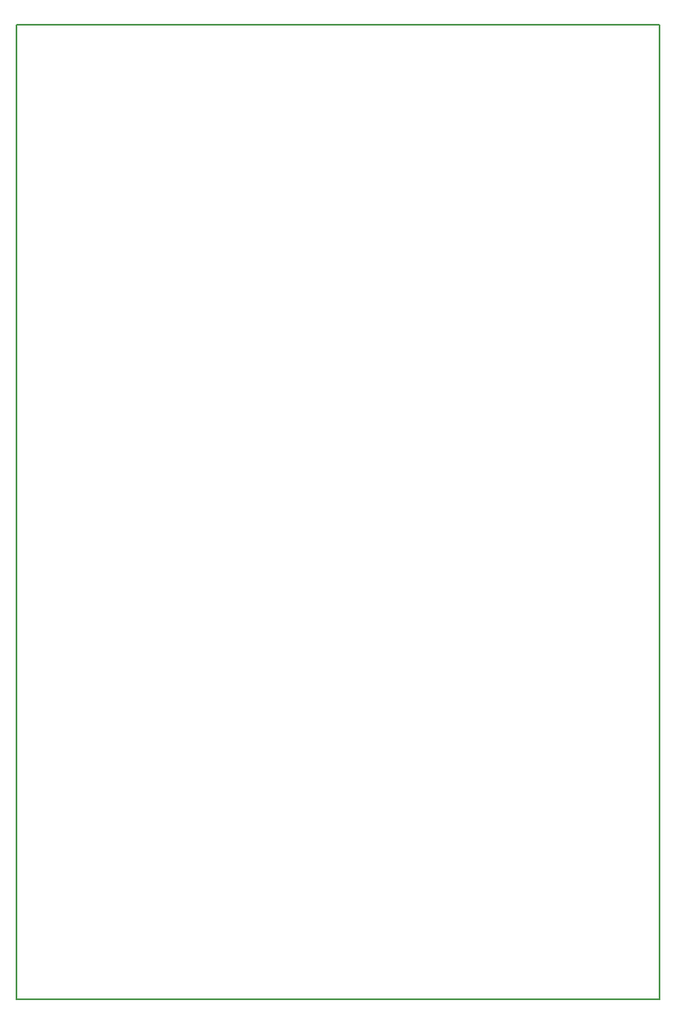
<source format=gbr>
G04 #@! TF.GenerationSoftware,KiCad,Pcbnew,(5.0.0-rc2-dev-491-g430239499)*
G04 #@! TF.CreationDate,2018-09-21T18:59:49-07:00*
G04 #@! TF.ProjectId,PCB_Rev3,5043425F526576332E6B696361645F70,rev?*
G04 #@! TF.SameCoordinates,Original*
G04 #@! TF.FileFunction,Profile,NP*
%FSLAX46Y46*%
G04 Gerber Fmt 4.6, Leading zero omitted, Abs format (unit mm)*
G04 Created by KiCad (PCBNEW (5.0.0-rc2-dev-491-g430239499)) date 09/21/18 18:59:49*
%MOMM*%
%LPD*%
G01*
G04 APERTURE LIST*
%ADD10C,0.150000*%
G04 APERTURE END LIST*
D10*
X133604000Y-146355000D02*
X133604000Y-46355000D01*
X199700000Y-146355000D02*
X133604000Y-146355000D01*
X199700000Y-46355000D02*
X199700000Y-146355000D01*
X133604000Y-46355000D02*
X199700000Y-46355000D01*
M02*

</source>
